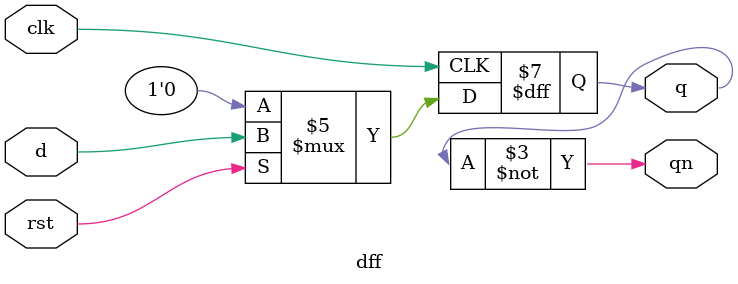
<source format=v>
`timescale 1ns / 1ps
module dff(input d,clk,rst,output q,qn);
reg q;
always@(posedge clk)
 begin 
 if(rst==1'b0)
 q=1'b0;
 else
 q=d;
 end
 assign qn=~q;
endmodule
</source>
